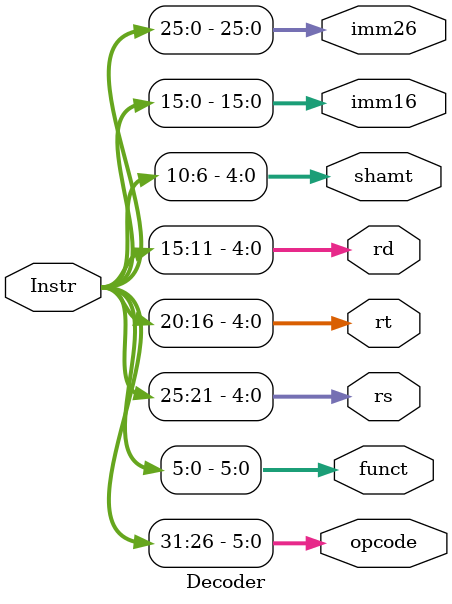
<source format=v>
`timescale 1ns / 1ps
module Decoder(
	input [31:0] Instr,
	output [5:0] opcode, funct,
	output [4:0] rs, rt, rd, shamt,
	output [15:0] imm16, 
	output [25:0] imm26
    );

	assign opcode = Instr[31:26];
	assign rs = Instr[25:21];
	assign rt = Instr[20:16];
	assign rd = Instr[15:11];
	assign shamt = Instr[10:6];
	assign funct = Instr[5:0];
	assign imm16 = Instr[15:0];
	assign imm26 = Instr[25:0];

endmodule

</source>
